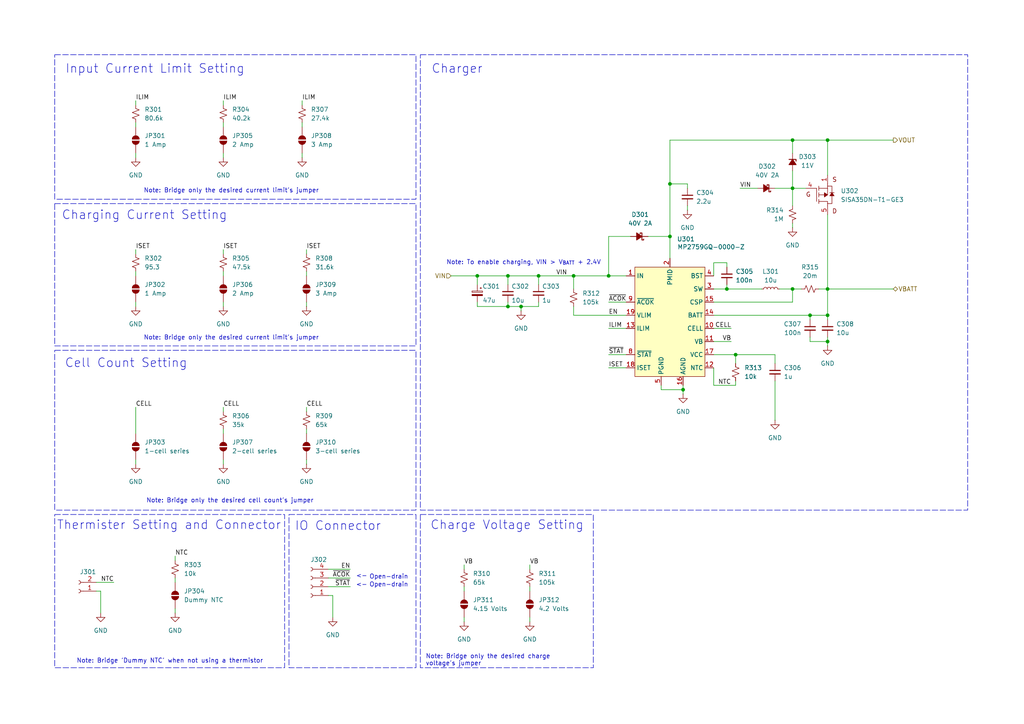
<source format=kicad_sch>
(kicad_sch (version 20231120) (generator "eeschema") (generator_version "8.0")
  (paper "A4")
  (title_block (date "2024-10-27") (rev "0.1.0") (company "University of Wisconsin-Platteville") (comment 1 "Nicholas Loehrke"))
  (lib_symbols
    (symbol "Connector:Conn_01x02_Socket" (pin_names (offset 1.016) hide)
      (property "Reference" "J" (at 0 2.54 0))
      (property "Value" "Conn_01x02_Socket" (at 0 -5.08 0))
      (symbol "Conn_01x02_Socket_1_1"
        (arc (start 0 -2.032) (mid -0.5058 -2.54) (end 0 -3.048) (stroke (width 0.1524)))
        (polyline (pts (xy -1.27 -2.54) (xy -0.508 -2.54)) (stroke (width 0.1524)))
        (polyline (pts (xy -1.27 0) (xy -0.508 0)) (stroke (width 0.1524)))
        (arc (start 0 0.508) (mid -0.5058 0) (end 0 -0.508) (stroke (width 0.1524)))
        (pin passive line (at -5.08 0 0) (length 3.81) (name "Pin_1") (number "1"))
        (pin passive line (at -5.08 -2.54 0) (length 3.81) (name "Pin_2") (number "2"))
      )
    )
    (symbol "Connector:Conn_01x04_Socket" (pin_names (offset 1.016) hide)
      (property "Reference" "J" (at 0 5.08 0))
      (property "Value" "Conn_01x04_Socket" (at 0 -7.62 0))
      (symbol "Conn_01x04_Socket_1_1"
        (arc (start 0 -4.572) (mid -0.5058 -5.08) (end 0 -5.588) (stroke (width 0.1524)))
        (arc (start 0 -2.032) (mid -0.5058 -2.54) (end 0 -3.048) (stroke (width 0.1524)))
        (polyline (pts (xy -1.27 -5.08) (xy -0.508 -5.08)) (stroke (width 0.1524)))
        (polyline (pts (xy -1.27 -2.54) (xy -0.508 -2.54)) (stroke (width 0.1524)))
        (polyline (pts (xy -1.27 0) (xy -0.508 0)) (stroke (width 0.1524)))
        (polyline (pts (xy -1.27 2.54) (xy -0.508 2.54)) (stroke (width 0.1524)))
        (arc (start 0 0.508) (mid -0.5058 0) (end 0 -0.508) (stroke (width 0.1524)))
        (arc (start 0 3.048) (mid -0.5058 2.54) (end 0 2.032) (stroke (width 0.1524)))
        (pin passive line (at -5.08 2.54 0) (length 3.81) (name "Pin_1") (number "1"))
        (pin passive line (at -5.08 0 0) (length 3.81) (name "Pin_2") (number "2"))
        (pin passive line (at -5.08 -2.54 0) (length 3.81) (name "Pin_3") (number "3"))
        (pin passive line (at -5.08 -5.08 0) (length 3.81) (name "Pin_4") (number "4"))
      )
    )
    (symbol "Device:C_Polarized_Small" (pin_numbers hide) (pin_names (offset 0.254) hide)
      (property "Reference" "C" (at 0.254 1.778 0))
      (property "Value" "C_Polarized_Small" (at 0.254 -2.032 0))
      (symbol "C_Polarized_Small_0_1"
        (rectangle (start -1.524 -0.3048) (end 1.524 -0.6858) (fill (type outline)))
        (rectangle (start -1.524 0.6858) (end 1.524 0.3048))
        (polyline (pts (xy -1.27 1.524) (xy -0.762 1.524)))
        (polyline (pts (xy -1.016 1.27) (xy -1.016 1.778)))
      )
      (symbol "C_Polarized_Small_1_1"
        (pin passive line (at 0 2.54 270) (length 1.8542) (name "~") (number "1"))
        (pin passive line (at 0 -2.54 90) (length 1.8542) (name "~") (number "2"))
      )
    )
    (symbol "Device:C_Small" (pin_numbers hide) (pin_names (offset 0.254) hide)
      (property "Reference" "C" (at 0.254 1.778 0))
      (property "Value" "C_Small" (at 0.254 -2.032 0))
      (symbol "C_Small_0_1"
        (polyline (pts (xy -1.524 -0.508) (xy 1.524 -0.508)) (stroke (width 0.3302)))
        (polyline (pts (xy -1.524 0.508) (xy 1.524 0.508)) (stroke (width 0.3048)))
      )
      (symbol "C_Small_1_1"
        (pin passive line (at 0 2.54 270) (length 2.032) (name "~") (number "1"))
        (pin passive line (at 0 -2.54 90) (length 2.032) (name "~") (number "2"))
      )
    )
    (symbol "Device:D_Schottky_Small_Filled" (pin_numbers hide) (pin_names (offset 0.254) hide)
      (property "Reference" "D" (at -1.27 2.032 0))
      (property "Value" "D_Schottky_Small_Filled" (at -7.112 -2.032 0))
      (symbol "D_Schottky_Small_Filled_0_1"
        (polyline (pts (xy -0.762 0) (xy 0.762 0)))
        (polyline (pts (xy 0.762 -1.016) (xy -0.762 0) (xy 0.762 1.016) (xy 0.762 -1.016)) (stroke (width 0.254)) (fill (type outline)))
        (polyline (pts (xy -1.27 0.762) (xy -1.27 1.016) (xy -0.762 1.016) (xy -0.762 -1.016) (xy -0.254 -1.016) (xy -0.254 -0.762)) (stroke (width 0.254)))
      )
      (symbol "D_Schottky_Small_Filled_1_1"
        (pin passive line (at -2.54 0 0) (length 1.778) (name "K") (number "1"))
        (pin passive line (at 2.54 0 180) (length 1.778) (name "A") (number "2"))
      )
    )
    (symbol "Device:D_Zener_Small_Filled" (pin_numbers hide) (pin_names (offset 0.254) hide)
      (property "Reference" "D" (at 0 2.286 0))
      (property "Value" "D_Zener_Small_Filled" (at 0 -2.286 0))
      (symbol "D_Zener_Small_Filled_0_1"
        (polyline (pts (xy 0.762 0) (xy -0.762 0)))
        (polyline (pts (xy -0.254 1.016) (xy -0.762 1.016) (xy -0.762 -1.016)) (stroke (width 0.254)))
        (polyline (pts (xy 0.762 1.016) (xy -0.762 0) (xy 0.762 -1.016) (xy 0.762 1.016)) (stroke (width 0.254)) (fill (type outline)))
      )
      (symbol "D_Zener_Small_Filled_1_1"
        (pin passive line (at -2.54 0 0) (length 1.778) (name "K") (number "1"))
        (pin passive line (at 2.54 0 180) (length 1.778) (name "A") (number "2"))
      )
    )
    (symbol "Device:L_Small" (pin_numbers hide) (pin_names (offset 0.254) hide)
      (property "Reference" "L" (at 0.762 1.016 0))
      (property "Value" "L_Small" (at 0.762 -1.016 0))
      (symbol "L_Small_0_1"
        (arc (start 0 -2.032) (mid 0.5058 -1.524) (end 0 -1.016))
        (arc (start 0 -1.016) (mid 0.5058 -0.508) (end 0 0))
        (arc (start 0 0) (mid 0.5058 0.508) (end 0 1.016))
        (arc (start 0 1.016) (mid 0.5058 1.524) (end 0 2.032))
      )
      (symbol "L_Small_1_1"
        (pin passive line (at 0 2.54 270) (length 0.508) (name "~") (number "1"))
        (pin passive line (at 0 -2.54 90) (length 0.508) (name "~") (number "2"))
      )
    )
    (symbol "Device:R_Small_US" (pin_numbers hide) (pin_names (offset 0.254) hide)
      (property "Reference" "R" (at 0.762 0.508 0))
      (property "Value" "R_Small_US" (at 0.762 -1.016 0))
      (symbol "R_Small_US_1_1"
        (polyline (pts (xy 0 0) (xy 1.016 -0.381) (xy 0 -0.762) (xy -1.016 -1.143) (xy 0 -1.524)))
        (polyline (pts (xy 0 1.524) (xy 1.016 1.143) (xy 0 0.762) (xy -1.016 0.381) (xy 0 0)))
        (pin passive line (at 0 2.54 270) (length 1.016) (name "~") (number "1"))
        (pin passive line (at 0 -2.54 90) (length 1.016) (name "~") (number "2"))
      )
    )
    (symbol "Jumper:SolderJumper_2_Open" (pin_numbers hide) (pin_names (offset 0) hide) (exclude_from_sim yes) (in_bom no)
      (property "Reference" "JP" (at 0 2.032 0))
      (property "Value" "SolderJumper_2_Open" (at 0 -2.54 0))
      (symbol "SolderJumper_2_Open_0_1"
        (arc (start -0.254 1.016) (mid -1.2656 0) (end -0.254 -1.016))
        (arc (start -0.254 1.016) (mid -1.2656 0) (end -0.254 -1.016) (fill (type outline)))
        (polyline (pts (xy -0.254 1.016) (xy -0.254 -1.016)))
        (polyline (pts (xy 0.254 1.016) (xy 0.254 -1.016)))
        (arc (start 0.254 -1.016) (mid 1.2656 0) (end 0.254 1.016))
        (arc (start 0.254 -1.016) (mid 1.2656 0) (end 0.254 1.016) (fill (type outline)))
      )
      (symbol "SolderJumper_2_Open_1_1"
        (pin passive line (at -3.81 0 0) (length 2.54) (name "A") (number "1"))
        (pin passive line (at 3.81 0 180) (length 2.54) (name "B") (number "2"))
      )
    )
    (symbol "MP2759GQ-0000-Z:MP2759GQ-0000-Z"
      (property "Reference" "U" (at 12.954 16.256 0))
      (property "MPN" "MP2759GQ-0000-Z" (at 13.208 13.716 0))
      (symbol "MP2759GQ-0000-Z_1_1"
        (rectangle (start 2.54 2.54) (end 22.86 -29.21) (fill (type background)))
        (pin passive line (at 0 0 0) (length 2.54) (name "IN") (number "1"))
        (pin passive line (at 25.4 -15.24 180) (length 2.54) (name "CELL") (number "10"))
        (pin passive line (at 25.4 -19.05 180) (length 2.54) (name "VB") (number "11"))
        (pin passive line (at 25.4 -26.67 180) (length 2.54) (name "NTC") (number "12"))
        (pin passive line (at 0 -15.24 0) (length 2.54) (name "ILIM") (number "13"))
        (pin passive line (at 25.4 -11.43 180) (length 2.54) (name "BATT") (number "14"))
        (pin passive line (at 25.4 -7.62 180) (length 2.54) (name "CSP") (number "15"))
        (pin passive line (at 16.51 -31.75 90) (length 2.54) (name "AGND") (number "16"))
        (pin passive line (at 25.4 -22.86 180) (length 2.54) (name "VCC") (number "17"))
        (pin passive line (at 0 -26.67 0) (length 2.54) (name "ISET") (number "18"))
        (pin passive line (at 0 -11.43 0) (length 2.54) (name "VLIM") (number "19"))
        (pin passive line (at 12.7 5.08 270) (length 2.54) (name "PMID") (number "2"))
        (pin passive line (at 25.4 -3.81 180) (length 2.54) (name "SW") (number "3"))
        (pin passive line (at 25.4 0 180) (length 2.54) (name "BST") (number "4"))
        (pin passive line (at 10.16 -31.75 90) (length 2.54) (name "PGND") (number "5"))
        (pin passive line (at 10.16 -31.75 90) (length 2.54) hide (name "PGND") (number "6"))
        (pin passive line (at 10.16 -31.75 90) (length 2.54) hide (name "PGND") (number "7"))
        (pin passive line (at 0 -22.86 0) (length 2.54) (name "~{STAT}") (number "8"))
        (pin passive line (at 0 -7.62 0) (length 2.54) (name "~{ACOK}") (number "9"))
      )
    )
    (symbol "SISA35DN-T1-GE3:SISA35DN-T1-GE3"
      (property "Reference" "U" (at 5.842 -3.302 0))
      (property "MPN" "SISA35DN-T1-GE3" (at 14.224 -5.334 0))
      (symbol "SISA35DN-T1-GE3_0_1"
        (polyline (pts (xy 0 -6.985) (xy 0 -8.255)))
        (polyline (pts (xy 0 -5.715) (xy 1.905 -5.715)))
        (polyline (pts (xy 0 -5.08) (xy 0 -6.35)))
        (polyline (pts (xy 0 -3.175) (xy 0 -4.445)))
        (polyline (pts (xy 2.54 -8.89) (xy 2.54 -8.255)))
        (polyline (pts (xy 2.54 -3.175) (xy 2.54 -2.54)))
        (polyline (pts (xy 3.175 -5.08) (xy 4.445 -5.08)))
        (polyline (pts (xy -0.635 -7.62) (xy -0.635 -3.81) (xy -1.27 -3.81)))
        (polyline (pts (xy 0 -3.81) (xy 2.54 -3.81) (xy 2.54 -5.715)))
        (polyline (pts (xy 2.54 -8.255) (xy 2.54 -7.62) (xy 0 -7.62)))
        (polyline (pts (xy 2.54 -8.255) (xy 3.81 -8.255) (xy 3.81 -5.715)))
        (polyline (pts (xy 2.54 -5.715) (xy 1.6169 -6.3499) (xy 1.6169 -5.0799) (xy 2.54 -5.7024)) (fill (type outline)))
        (polyline (pts (xy 3.81 -5.08) (xy 3.81 -3.175) (xy 2.54 -3.175) (xy 2.54 -3.81)))
        (polyline (pts (xy 3.81 -5.08) (xy 4.4449 -6.0031) (xy 3.1749 -6.0031) (xy 3.7974 -5.08)) (fill (type outline)))
      )
      (symbol "SISA35DN-T1-GE3_1_1"
        (text "D" (at 4.572 -10.414 0) (effects (font (size 1.27 1.27))))
        (text "G" (at -3.048 -5.588 0) (effects (font (size 1.27 1.27))))
        (text "S" (at 4.572 -1.27 0) (effects (font (size 1.27 1.27))))
        (pin passive line (at 2.54 0 270) (length 2.54) (name "") (number "1"))
        (pin passive line (at 2.54 0 270) (length 2.54) hide (name "") (number "2"))
        (pin passive line (at 2.54 0 270) (length 2.54) hide (name "") (number "3"))
        (pin passive line (at -3.81 -3.81 0) (length 2.54) (name "") (number "4"))
        (pin passive line (at 2.54 -11.43 90) (length 2.54) (name "") (number "5"))
        (pin passive line (at 2.54 -11.43 90) (length 2.54) hide (name "") (number "6"))
        (pin passive line (at 2.54 -11.43 90) (length 2.54) hide (name "") (number "7"))
        (pin passive line (at 2.54 -11.43 90) (length 2.54) hide (name "") (number "8"))
      )
    )
    (symbol "power:GND" (power) (pin_numbers hide) (pin_names (offset 0) hide)
      (property "Value" "GND" (at 0 -3.81 0))
      (symbol "GND_0_1"
        (polyline (pts (xy 0 0) (xy 0 -1.27) (xy 1.27 -1.27) (xy 0 -2.54) (xy -1.27 -1.27) (xy 0 -1.27)))
      )
      (symbol "GND_1_1"
        (pin power_in line (at 0 0 270) (length 0) (name "~") (number "1"))
      )
    )
  )
  (junction (at 147.32 88.9))
  (junction (at 176.53 80.01))
  (junction (at 194.31 68.58))
  (junction (at 213.36 102.87))
  (junction (at 229.87 54.61))
  (junction (at 194.31 53.34))
  (junction (at 229.87 83.82))
  (junction (at 147.32 80.01))
  (junction (at 240.03 99.06))
  (junction (at 240.03 83.82))
  (junction (at 234.95 91.44))
  (junction (at 240.03 91.44))
  (junction (at 151.13 88.9))
  (junction (at 138.43 80.01))
  (junction (at 240.03 40.64))
  (junction (at 156.21 80.01))
  (junction (at 198.12 113.03))
  (junction (at 210.82 83.82))
  (junction (at 166.37 80.01))
  (junction (at 229.87 40.64))
  (wire (pts (xy 234.95 97.79) (xy 234.95 99.06)))
  (wire (pts (xy 214.63 54.61) (xy 219.71 54.61)))
  (wire (pts (xy 210.82 82.55) (xy 210.82 83.82)))
  (wire (pts (xy 176.53 95.25) (xy 181.61 95.25)))
  (wire (pts (xy 156.21 80.01) (xy 156.21 82.55)))
  (wire (pts (xy 229.87 83.82) (xy 232.41 83.82)))
  (wire (pts (xy 87.63 44.45) (xy 87.63 45.72)))
  (wire (pts (xy 213.36 102.87) (xy 213.36 105.41)))
  (wire (pts (xy 64.77 72.39) (xy 64.77 73.66)))
  (wire (pts (xy 176.53 80.01) (xy 181.61 80.01)))
  (wire (pts (xy 151.13 88.9) (xy 151.13 90.17)))
  (wire (pts (xy 138.43 80.01) (xy 147.32 80.01)))
  (wire (pts (xy 176.53 68.58) (xy 182.88 68.58)))
  (wire (pts (xy 207.01 91.44) (xy 234.95 91.44)))
  (wire (pts (xy 240.03 40.64) (xy 240.03 50.8)))
  (wire (pts (xy 234.95 99.06) (xy 240.03 99.06)))
  (wire (pts (xy 213.36 102.87) (xy 224.79 102.87)))
  (wire (pts (xy 224.79 105.41) (xy 224.79 102.87)))
  (wire (pts (xy 88.9 119.38) (xy 88.9 118.11)))
  (wire (pts (xy 176.53 106.68) (xy 181.61 106.68)))
  (wire (pts (xy 39.37 44.45) (xy 39.37 45.72)))
  (wire (pts (xy 64.77 87.63) (xy 64.77 88.9)))
  (wire (pts (xy 191.77 111.76) (xy 191.77 113.03)))
  (wire (pts (xy 240.03 97.79) (xy 240.03 99.06)))
  (wire (pts (xy 194.31 53.34) (xy 199.39 53.34)))
  (wire (pts (xy 166.37 80.01) (xy 176.53 80.01)))
  (wire (pts (xy 64.77 78.74) (xy 64.77 80.01)))
  (wire (pts (xy 229.87 49.53) (xy 229.87 54.61)))
  (wire (pts (xy 101.6 170.18) (xy 95.25 170.18)))
  (wire (pts (xy 88.9 133.35) (xy 88.9 134.62)))
  (wire (pts (xy 153.67 170.18) (xy 153.67 171.45)))
  (wire (pts (xy 153.67 179.07) (xy 153.67 180.34)))
  (wire (pts (xy 240.03 91.44) (xy 240.03 83.82)))
  (wire (pts (xy 229.87 54.61) (xy 233.68 54.61)))
  (wire (pts (xy 87.63 29.21) (xy 87.63 30.48)))
  (wire (pts (xy 138.43 88.9) (xy 147.32 88.9)))
  (wire (pts (xy 207.01 106.68) (xy 207.01 111.76)))
  (wire (pts (xy 156.21 80.01) (xy 166.37 80.01)))
  (wire (pts (xy 64.77 44.45) (xy 64.77 45.72)))
  (wire (pts (xy 240.03 91.44) (xy 240.03 92.71)))
  (wire (pts (xy 229.87 64.77) (xy 229.87 66.04)))
  (wire (pts (xy 234.95 91.44) (xy 234.95 92.71)))
  (wire (pts (xy 87.63 35.56) (xy 87.63 36.83)))
  (wire (pts (xy 39.37 133.35) (xy 39.37 134.62)))
  (wire (pts (xy 176.53 87.63) (xy 181.61 87.63)))
  (wire (pts (xy 199.39 53.34) (xy 199.39 54.61)))
  (wire (pts (xy 198.12 113.03) (xy 198.12 114.3)))
  (wire (pts (xy 226.06 83.82) (xy 229.87 83.82)))
  (wire (pts (xy 240.03 100.33) (xy 240.03 99.06)))
  (wire (pts (xy 88.9 78.74) (xy 88.9 80.01)))
  (wire (pts (xy 130.81 80.01) (xy 138.43 80.01)))
  (wire (pts (xy 88.9 124.46) (xy 88.9 125.73)))
  (wire (pts (xy 194.31 40.64) (xy 229.87 40.64)))
  (wire (pts (xy 27.94 171.45) (xy 29.21 171.45)))
  (wire (pts (xy 64.77 118.11) (xy 64.77 119.38)))
  (wire (pts (xy 229.87 40.64) (xy 240.03 40.64)))
  (wire (pts (xy 166.37 80.01) (xy 166.37 83.82)))
  (wire (pts (xy 176.53 102.87) (xy 181.61 102.87)))
  (wire (pts (xy 88.9 87.63) (xy 88.9 88.9)))
  (wire (pts (xy 64.77 124.46) (xy 64.77 125.73)))
  (wire (pts (xy 207.01 111.76) (xy 213.36 111.76)))
  (wire (pts (xy 240.03 62.23) (xy 240.03 83.82)))
  (wire (pts (xy 234.95 91.44) (xy 240.03 91.44)))
  (wire (pts (xy 39.37 29.21) (xy 39.37 30.48)))
  (wire (pts (xy 134.62 170.18) (xy 134.62 171.45)))
  (wire (pts (xy 166.37 88.9) (xy 166.37 91.44)))
  (wire (pts (xy 229.87 40.64) (xy 229.87 44.45)))
  (wire (pts (xy 50.8 176.53) (xy 50.8 177.8)))
  (wire (pts (xy 224.79 54.61) (xy 229.87 54.61)))
  (wire (pts (xy 194.31 53.34) (xy 194.31 68.58)))
  (wire (pts (xy 101.6 167.64) (xy 95.25 167.64)))
  (wire (pts (xy 39.37 125.73) (xy 39.37 118.11)))
  (wire (pts (xy 194.31 40.64) (xy 194.31 53.34)))
  (wire (pts (xy 101.6 165.1) (xy 95.25 165.1)))
  (wire (pts (xy 213.36 111.76) (xy 213.36 110.49)))
  (wire (pts (xy 39.37 35.56) (xy 39.37 36.83)))
  (wire (pts (xy 96.52 172.72) (xy 96.52 179.07)))
  (wire (pts (xy 210.82 83.82) (xy 220.98 83.82)))
  (wire (pts (xy 95.25 172.72) (xy 96.52 172.72)))
  (wire (pts (xy 176.53 80.01) (xy 176.53 68.58)))
  (wire (pts (xy 207.01 80.01) (xy 207.01 76.2)))
  (wire (pts (xy 50.8 167.64) (xy 50.8 168.91)))
  (wire (pts (xy 147.32 80.01) (xy 147.32 82.55)))
  (wire (pts (xy 229.87 54.61) (xy 229.87 59.69)))
  (wire (pts (xy 138.43 87.63) (xy 138.43 88.9)))
  (wire (pts (xy 210.82 76.2) (xy 210.82 77.47)))
  (wire (pts (xy 229.87 87.63) (xy 229.87 83.82)))
  (wire (pts (xy 198.12 113.03) (xy 198.12 111.76)))
  (wire (pts (xy 207.01 83.82) (xy 210.82 83.82)))
  (wire (pts (xy 212.09 95.25) (xy 207.01 95.25)))
  (wire (pts (xy 224.79 110.49) (xy 224.79 121.92)))
  (wire (pts (xy 240.03 83.82) (xy 237.49 83.82)))
  (wire (pts (xy 212.09 99.06) (xy 207.01 99.06)))
  (wire (pts (xy 29.21 171.45) (xy 29.21 177.8)))
  (wire (pts (xy 187.96 68.58) (xy 194.31 68.58)))
  (wire (pts (xy 207.01 102.87) (xy 213.36 102.87)))
  (wire (pts (xy 147.32 88.9) (xy 151.13 88.9)))
  (wire (pts (xy 207.01 76.2) (xy 210.82 76.2)))
  (wire (pts (xy 138.43 80.01) (xy 138.43 82.55)))
  (wire (pts (xy 147.32 87.63) (xy 147.32 88.9)))
  (wire (pts (xy 240.03 83.82) (xy 259.08 83.82)))
  (wire (pts (xy 39.37 87.63) (xy 39.37 88.9)))
  (wire (pts (xy 147.32 80.01) (xy 156.21 80.01)))
  (wire (pts (xy 50.8 161.29) (xy 50.8 162.56)))
  (wire (pts (xy 199.39 59.69) (xy 199.39 60.96)))
  (wire (pts (xy 39.37 72.39) (xy 39.37 73.66)))
  (wire (pts (xy 156.21 88.9) (xy 151.13 88.9)))
  (wire (pts (xy 194.31 74.93) (xy 194.31 68.58)))
  (wire (pts (xy 33.02 168.91) (xy 27.94 168.91)))
  (wire (pts (xy 134.62 179.07) (xy 134.62 180.34)))
  (wire (pts (xy 64.77 35.56) (xy 64.77 36.83)))
  (wire (pts (xy 134.62 165.1) (xy 134.62 163.83)))
  (wire (pts (xy 153.67 165.1) (xy 153.67 163.83)))
  (wire (pts (xy 240.03 40.64) (xy 259.08 40.64)))
  (wire (pts (xy 166.37 91.44) (xy 181.61 91.44)))
  (wire (pts (xy 156.21 87.63) (xy 156.21 88.9)))
  (wire (pts (xy 207.01 87.63) (xy 229.87 87.63)))
  (wire (pts (xy 64.77 29.21) (xy 64.77 30.48)))
  (wire (pts (xy 39.37 78.74) (xy 39.37 80.01)))
  (wire (pts (xy 64.77 133.35) (xy 64.77 134.62)))
  (wire (pts (xy 191.77 113.03) (xy 198.12 113.03)))
  (wire (pts (xy 88.9 72.39) (xy 88.9 73.66)))
  (rectangle (start 15.875 15.875) (end 120.65 57.785) (stroke (width 0) (type dash)))
  (rectangle (start 83.82 149.225) (end 120.65 193.675) (stroke (width 0) (type dash)))
  (rectangle (start 121.92 149.225) (end 172.085 193.675) (stroke (width 0) (type dash)))
  (rectangle (start 15.875 59.055) (end 120.65 100.33) (stroke (width 0) (type dash)))
  (rectangle (start 15.875 149.225) (end 82.55 193.675) (stroke (width 0) (type dash)))
  (rectangle (start 121.92 15.875) (end 280.67 147.955) (stroke (width 0) (type dash)))
  (rectangle (start 15.875 101.6) (end 120.65 147.955) (stroke (width 0) (type dash)))
  (text "Note: Bridge only the desired cell count's jumper" (at 42.418 145.288 0) (effects (font (size 1.27 1.27)) (justify left)))
  (text "Charging Current Setting" (at 41.91 62.484 0) (effects (font (size 2.54 2.54))))
  (text "Note: Bridge 'Dummy NTC' when not using a thermistor" (at 49.276 191.77 0) (effects (font (size 1.27 1.27))))
  (text "Thermister Setting and Connector" (at 49.022 152.4 0) (effects (font (size 2.54 2.54))))
  (text "<-" (at 104.902 167.132 0) (effects (font (size 1.27 1.27))))
  (text "Cell Count Setting" (at 36.576 105.41 0) (effects (font (size 2.54 2.54))))
  (text "Charger" (at 132.588 20.066 0) (effects (font (size 2.54 2.54))))
  (text "Note: Bridge only the desired charge \nvoltage's jumper" (at 123.444 191.516 0) (effects (font (size 1.27 1.27)) (justify left)))
  (text "IO Connector" (at 98.044 152.654 0) (effects (font (size 2.54 2.54))))
  (text "Input Current Limit Setting" (at 44.958 20.066 0) (effects (font (size 2.54 2.54))))
  (text "Note: Bridge only the desired current limit's jumper" (at 41.656 55.372 0) (effects (font (size 1.27 1.27)) (justify left)))
  (text "Open-drain" (at 112.776 169.672 0) (effects (font (size 1.27 1.27))))
  (text "Note: Bridge only the desired current limit's jumper" (at 41.656 98.044 0) (effects (font (size 1.27 1.27)) (justify left)))
  (text "<-" (at 104.902 169.672 0) (effects (font (size 1.27 1.27))))
  (text "Open-drain" (at 112.776 167.386 0) (effects (font (size 1.27 1.27))))
  (text "Note: To enable charging, VIN > V_{BATT} + 2.4V" (at 151.892 76.2 0) (effects (font (size 1.27 1.27))))
  (text "Charge Voltage Setting" (at 147.066 152.4 0) (effects (font (size 2.54 2.54))))
  (label "EN" (at 101.6 165.1 180))
  (label "~{STAT}" (at 176.53 102.87 0))
  (label "VB" (at 153.67 163.83 0))
  (label "ISET" (at 88.9 72.39 0))
  (label "ISET" (at 64.77 72.39 0))
  (label "NTC" (at 208.28 111.76 0))
  (label "~{ACOK}" (at 101.6 167.64 180))
  (label "ILIM" (at 87.63 29.21 0))
  (label "VIN" (at 161.29 80.01 0))
  (label "CELL" (at 64.77 118.11 0))
  (label "ILIM" (at 64.77 29.21 0))
  (label "CELL" (at 39.37 118.11 0))
  (label "EN" (at 176.53 91.44 0))
  (label "CELL" (at 88.9 118.11 0))
  (label "~{ACOK}" (at 176.53 87.63 0))
  (label "NTC" (at 33.02 168.91 180))
  (label "VB" (at 134.62 163.83 0))
  (label "CELL" (at 212.09 95.25 180))
  (label "VB" (at 212.09 99.06 180))
  (label "VIN" (at 214.63 54.61 0))
  (label "ILIM" (at 39.37 29.21 0))
  (label "NTC" (at 50.8 161.29 0))
  (label "~{STAT}" (at 101.6 170.18 180))
  (label "ISET" (at 39.37 72.39 0))
  (label "ISET" (at 176.53 106.68 0))
  (label "ILIM" (at 176.53 95.25 0))
  (hierarchical_label "VBATT" (shape bidirectional) (at 259.08 83.82 0))
  (hierarchical_label "VIN" (shape input) (at 130.81 80.01 180))
  (hierarchical_label "VOUT" (shape output) (at 259.08 40.64 0))
  (symbol (lib_id "power:GND") (at 29.21 177.8 0) (mirror y) (unit 1)
    (property "Reference" "#PWR0301" (effects (hide yes)))
    (property "Value" "GND" (at 29.21 182.88 0))
    (property "Description" "Power symbol creates a global label with name \"GND\" , ground" (effects (hide yes)))
  )
  (symbol (lib_id "power:GND") (at 88.9 88.9 0) (unit 1)
    (property "Reference" "#PWR0310" (effects (hide yes)))
    (property "Value" "GND" (at 88.9 93.98 0))
    (property "Description" "Power symbol creates a global label with name \"GND\" , ground" (effects (hide yes)))
  )
  (symbol (lib_id "power:GND") (at 229.87 66.04 0) (unit 1)
    (property "Reference" "#PWR0319" (effects (hide yes)))
    (property "Value" "GND" (at 229.87 71.12 0))
    (property "Description" "Power symbol creates a global label with name \"GND\" , ground" (effects (hide yes)))
  )
  (symbol (lib_id "power:GND") (at 64.77 88.9 0) (unit 1)
    (property "Reference" "#PWR0307" (effects (hide yes)))
    (property "Value" "GND" (at 64.77 93.98 0))
    (property "Description" "Power symbol creates a global label with name \"GND\" , ground" (effects (hide yes)))
  )
  (symbol (lib_id "Jumper:SolderJumper_2_Open") (at 88.9 83.82 90) (unit 1) (exclude_from_sim yes) (in_bom no)
    (property "Reference" "JP309" (at 91.44 82.5499 90) (effects (justify right)))
    (property "Value" "3 Amp" (at 91.44 85.0899 90) (effects (justify right)))
    (property "Description" "Solder Jumper, 2-pole, open" (effects (hide yes)))
  )
  (symbol (lib_id "Device:L_Small") (at 223.52 83.82 90) (unit 1)
    (property "Reference" "L301" (at 223.52 78.74 90))
    (property "Value" "10u" (at 223.52 81.28 90))
    (property "Description" "Inductor, small symbol" (effects (hide yes)))
  )
  (symbol (lib_id "power:GND") (at 50.8 177.8 0) (unit 1)
    (property "Reference" "#PWR0305" (effects (hide yes)))
    (property "Value" "GND" (at 50.8 182.88 0))
    (property "Description" "Power symbol creates a global label with name \"GND\" , ground" (effects (hide yes)))
  )
  (symbol (lib_id "power:GND") (at 39.37 88.9 0) (unit 1)
    (property "Reference" "#PWR0303" (effects (hide yes)))
    (property "Value" "GND" (at 39.37 93.98 0))
    (property "Description" "Power symbol creates a global label with name \"GND\" , ground" (effects (hide yes)))
  )
  (symbol (lib_id "Jumper:SolderJumper_2_Open") (at 153.67 175.26 90) (unit 1) (exclude_from_sim yes) (in_bom no)
    (property "Reference" "JP312" (at 156.21 173.9899 90) (effects (justify right)))
    (property "Value" "4.2 Volts" (at 156.21 176.5299 90) (effects (justify right)))
    (property "Description" "Solder Jumper, 2-pole, open" (effects (hide yes)))
  )
  (symbol (lib_id "Connector:Conn_01x02_Socket") (at 22.86 171.45 180) (unit 1)
    (property "Reference" "J301" (at 27.94 165.862 0) (effects (justify left)))
    (property "Value" "Conn_01x02_Socket" (effects (hide yes)))
    (property "Description" "Generic connector, single row, 01x02, script generated" (effects (hide yes)))
  )
  (symbol (lib_id "Device:R_Small_US") (at 39.37 33.02 0) (unit 1)
    (property "Reference" "R301" (at 41.91 31.7499 0) (effects (justify left)))
    (property "Value" "80.6k" (at 41.91 34.2899 0) (effects (justify left)))
    (property "Description" "Resistor, small US symbol" (effects (hide yes)))
  )
  (symbol (lib_id "Jumper:SolderJumper_2_Open") (at 87.63 40.64 90) (unit 1) (exclude_from_sim yes) (in_bom no)
    (property "Reference" "JP308" (at 90.17 39.3699 90) (effects (justify right)))
    (property "Value" "3 Amp" (at 90.17 41.9099 90) (effects (justify right)))
    (property "Description" "Solder Jumper, 2-pole, open" (effects (hide yes)))
  )
  (symbol (lib_id "Device:R_Small_US") (at 88.9 76.2 0) (unit 1)
    (property "Reference" "R308" (at 91.44 74.9299 0) (effects (justify left)))
    (property "Value" "31.6k" (at 91.44 77.4699 0) (effects (justify left)))
    (property "Description" "Resistor, small US symbol" (effects (hide yes)))
  )
  (symbol (lib_id "Device:D_Schottky_Small_Filled") (at 222.25 54.61 180) (unit 1)
    (property "Reference" "D302" (at 222.504 48.26 0))
    (property "Value" "40V 2A" (at 222.504 50.8 0))
    (property "Description" "Schottky diode, small symbol, filled shape" (effects (hide yes)))
  )
  (symbol (lib_id "Device:D_Zener_Small_Filled") (at 229.87 46.99 270) (unit 1)
    (property "Reference" "D303" (at 234.188 45.466 90))
    (property "Value" "11V" (at 234.188 48.006 90))
    (property "Description" "Zener diode, small symbol, filled shape" (effects (hide yes)))
  )
  (symbol (lib_id "Jumper:SolderJumper_2_Open") (at 64.77 83.82 90) (unit 1) (exclude_from_sim yes) (in_bom no)
    (property "Reference" "JP306" (at 67.31 82.5499 90) (effects (justify right)))
    (property "Value" "2 Amp" (at 67.31 85.0899 90) (effects (justify right)))
    (property "Description" "Solder Jumper, 2-pole, open" (effects (hide yes)))
  )
  (symbol (lib_id "Device:R_Small_US") (at 229.87 62.23 0) (mirror y) (unit 1)
    (property "Reference" "R314" (at 227.33 60.9599 0) (effects (justify left)))
    (property "Value" "1M" (at 227.33 63.4999 0) (effects (justify left)))
    (property "Description" "Resistor, small US symbol" (effects (hide yes)))
  )
  (symbol (lib_id "Device:R_Small_US") (at 87.63 33.02 0) (unit 1)
    (property "Reference" "R307" (at 90.17 31.7499 0) (effects (justify left)))
    (property "Value" "27.4k" (at 90.17 34.2899 0) (effects (justify left)))
    (property "Description" "Resistor, small US symbol" (effects (hide yes)))
  )
  (symbol (lib_id "Jumper:SolderJumper_2_Open") (at 134.62 175.26 90) (unit 1) (exclude_from_sim yes) (in_bom no)
    (property "Reference" "JP311" (at 137.16 173.9899 90) (effects (justify right)))
    (property "Value" "4.15 Volts" (at 137.16 176.5299 90) (effects (justify right)))
    (property "Description" "Solder Jumper, 2-pole, open" (effects (hide yes)))
  )
  (symbol (lib_id "Device:C_Polarized_Small") (at 138.43 85.09 0) (mirror y) (unit 1)
    (property "Reference" "C301" (at 145.034 83.058 0) (effects (justify left)))
    (property "Value" "47u" (at 143.764 87.122 0) (effects (justify left)))
    (property "Description" "Polarized capacitor, small symbol" (effects (hide yes)))
  )
  (symbol (lib_id "Device:R_Small_US") (at 88.9 121.92 0) (unit 1)
    (property "Reference" "R309" (at 91.44 120.6499 0) (effects (justify left)))
    (property "Value" "65k" (at 91.44 123.1899 0) (effects (justify left)))
    (property "Description" "Resistor, small US symbol" (effects (hide yes)))
  )
  (symbol (lib_id "Jumper:SolderJumper_2_Open") (at 39.37 40.64 90) (unit 1) (exclude_from_sim yes) (in_bom no)
    (property "Reference" "JP301" (at 41.91 39.3699 90) (effects (justify right)))
    (property "Value" "1 Amp" (at 41.91 41.9099 90) (effects (justify right)))
    (property "Description" "Solder Jumper, 2-pole, open" (effects (hide yes)))
  )
  (symbol (lib_id "Jumper:SolderJumper_2_Open") (at 88.9 129.54 90) (unit 1) (exclude_from_sim yes) (in_bom no)
    (property "Reference" "JP310" (at 91.44 128.2699 90) (effects (justify right)))
    (property "Value" "3-cell series" (at 91.44 130.8099 90) (effects (justify right)))
    (property "Description" "Solder Jumper, 2-pole, open" (effects (hide yes)))
  )
  (symbol (lib_id "Device:R_Small_US") (at 213.36 107.95 0) (unit 1)
    (property "Reference" "R313" (at 215.9 106.6799 0) (effects (justify left)))
    (property "Value" "10k" (at 215.9 109.2199 0) (effects (justify left)))
    (property "Description" "Resistor, small US symbol" (effects (hide yes)))
  )
  (symbol (lib_id "power:GND") (at 240.03 100.33 0) (unit 1)
    (property "Reference" "#PWR0320" (effects (hide yes)))
    (property "Value" "GND" (at 240.03 105.41 0))
    (property "Description" "Power symbol creates a global label with name \"GND\" , ground" (effects (hide yes)))
  )
  (symbol (lib_id "MP2759GQ-0000-Z:MP2759GQ-0000-Z") (at 181.61 80.01 0) (unit 1)
    (property "Reference" "U301" (at 196.342 69.342 0) (effects (justify left)))
    (property "Datasheet" "https://www.monolithicpower.com/en/documentview/productdocument/index/version/2/document_type/Datasheet/lang/en/sku/MP2759GQ/document_id/6770/" (effects (hide yes)))
    (property "Description" "36V Switching Charger with Power Path Management for 1-Cell to 6-Cell Batteries" (effects (hide yes)))
    (property "MPN" "MP2759GQ-0000-Z" (at 206.248 71.628 0))
  )
  (symbol (lib_id "Device:R_Small_US") (at 166.37 86.36 0) (unit 1)
    (property "Reference" "R312" (at 168.91 85.0899 0) (effects (justify left)))
    (property "Value" "105k" (at 168.91 87.6299 0) (effects (justify left)))
    (property "Description" "Resistor, small US symbol" (effects (hide yes)))
  )
  (symbol (lib_id "Device:C_Small") (at 234.95 95.25 0) (mirror y) (unit 1)
    (property "Reference" "C307" (at 232.41 93.9862 0) (effects (justify left)))
    (property "Value" "100n" (at 232.41 96.5262 0) (effects (justify left)))
    (property "Description" "Unpolarized capacitor, small symbol" (effects (hide yes)))
  )
  (symbol (lib_id "power:GND") (at 153.67 180.34 0) (unit 1)
    (property "Reference" "#PWR0315" (effects (hide yes)))
    (property "Value" "GND" (at 153.67 185.42 0))
    (property "Description" "Power symbol creates a global label with name \"GND\" , ground" (effects (hide yes)))
  )
  (symbol (lib_id "Device:C_Small") (at 240.03 95.25 0) (unit 1)
    (property "Reference" "C308" (at 242.57 93.9862 0) (effects (justify left)))
    (property "Value" "10u" (at 242.57 96.5262 0) (effects (justify left)))
    (property "Description" "Unpolarized capacitor, small symbol" (effects (hide yes)))
  )
  (symbol (lib_id "power:GND") (at 88.9 134.62 0) (unit 1)
    (property "Reference" "#PWR0311" (effects (hide yes)))
    (property "Value" "GND" (at 88.9 139.7 0))
    (property "Description" "Power symbol creates a global label with name \"GND\" , ground" (effects (hide yes)))
  )
  (symbol (lib_id "Device:R_Small_US") (at 64.77 121.92 0) (unit 1)
    (property "Reference" "R306" (at 67.31 120.6499 0) (effects (justify left)))
    (property "Value" "35k" (at 67.31 123.1899 0) (effects (justify left)))
    (property "Description" "Resistor, small US symbol" (effects (hide yes)))
  )
  (symbol (lib_id "Device:C_Small") (at 224.79 107.95 0) (unit 1)
    (property "Reference" "C306" (at 227.33 106.6862 0) (effects (justify left)))
    (property "Value" "1u" (at 227.33 109.2262 0) (effects (justify left)))
    (property "Description" "Unpolarized capacitor, small symbol" (effects (hide yes)))
  )
  (symbol (lib_id "power:GND") (at 224.79 121.92 0) (unit 1)
    (property "Reference" "#PWR0318" (effects (hide yes)))
    (property "Value" "GND" (at 224.79 127 0))
    (property "Description" "Power symbol creates a global label with name \"GND\" , ground" (effects (hide yes)))
  )
  (symbol (lib_id "Jumper:SolderJumper_2_Open") (at 50.8 172.72 90) (unit 1) (exclude_from_sim yes) (in_bom no)
    (property "Reference" "JP304" (at 53.34 171.4499 90) (effects (justify right)))
    (property "Value" "Dummy NTC" (at 53.34 173.9899 90) (effects (justify right)))
    (property "Description" "Solder Jumper, 2-pole, open" (effects (hide yes)))
  )
  (symbol (lib_id "Device:R_Small_US") (at 50.8 165.1 0) (unit 1)
    (property "Reference" "R303" (at 53.34 163.8299 0) (effects (justify left)))
    (property "Value" "10k" (at 53.34 166.3699 0) (effects (justify left)))
    (property "Description" "Resistor, small US symbol" (effects (hide yes)))
  )
  (symbol (lib_id "power:GND") (at 198.12 114.3 0) (unit 1)
    (property "Reference" "#PWR0316" (effects (hide yes)))
    (property "Value" "GND" (at 198.12 119.38 0))
    (property "Description" "Power symbol creates a global label with name \"GND\" , ground" (effects (hide yes)))
  )
  (symbol (lib_id "power:GND") (at 64.77 45.72 0) (unit 1)
    (property "Reference" "#PWR0306" (effects (hide yes)))
    (property "Value" "GND" (at 64.77 50.8 0))
    (property "Description" "Power symbol creates a global label with name \"GND\" , ground" (effects (hide yes)))
  )
  (symbol (lib_id "Device:R_Small_US") (at 39.37 76.2 0) (unit 1)
    (property "Reference" "R302" (at 41.91 74.9299 0) (effects (justify left)))
    (property "Value" "95.3" (at 41.91 77.4699 0) (effects (justify left)))
    (property "Description" "Resistor, small US symbol" (effects (hide yes)))
  )
  (symbol (lib_id "power:GND") (at 151.13 90.17 0) (unit 1)
    (property "Reference" "#PWR0314" (effects (hide yes)))
    (property "Value" "GND" (at 151.13 95.25 0))
    (property "Description" "Power symbol creates a global label with name \"GND\" , ground" (effects (hide yes)))
  )
  (symbol (lib_id "power:GND") (at 96.52 179.07 0) (mirror y) (unit 1)
    (property "Reference" "#PWR0312" (effects (hide yes)))
    (property "Value" "GND" (at 96.52 184.15 0))
    (property "Description" "Power symbol creates a global label with name \"GND\" , ground" (effects (hide yes)))
  )
  (symbol (lib_id "Jumper:SolderJumper_2_Open") (at 64.77 129.54 90) (unit 1) (exclude_from_sim yes) (in_bom no)
    (property "Reference" "JP307" (at 67.31 128.2699 90) (effects (justify right)))
    (property "Value" "2-cell series" (at 67.31 130.8099 90) (effects (justify right)))
    (property "Description" "Solder Jumper, 2-pole, open" (effects (hide yes)))
  )
  (symbol (lib_id "Jumper:SolderJumper_2_Open") (at 64.77 40.64 90) (unit 1) (exclude_from_sim yes) (in_bom no)
    (property "Reference" "JP305" (at 67.31 39.3699 90) (effects (justify right)))
    (property "Value" "2 Amp" (at 67.31 41.9099 90) (effects (justify right)))
    (property "Description" "Solder Jumper, 2-pole, open" (effects (hide yes)))
  )
  (symbol (lib_id "Connector:Conn_01x04_Socket") (at 90.17 170.18 180) (unit 1)
    (property "Reference" "J302" (at 92.456 162.306 0))
    (property "Value" "Conn_01x04_Socket" (effects (hide yes)))
    (property "Description" "Generic connector, single row, 01x04, script generated" (effects (hide yes)))
  )
  (symbol (lib_id "Device:C_Small") (at 147.32 85.09 0) (unit 1)
    (property "Reference" "C302" (at 148.336 83.058 0) (effects (justify left)))
    (property "Value" "10u" (at 148.336 87.122 0) (effects (justify left)))
    (property "Description" "Unpolarized capacitor, small symbol" (effects (hide yes)))
  )
  (symbol (lib_id "power:GND") (at 39.37 134.62 0) (unit 1)
    (property "Reference" "#PWR0304" (effects (hide yes)))
    (property "Value" "GND" (at 39.37 139.7 0))
    (property "Description" "Power symbol creates a global label with name \"GND\" , ground" (effects (hide yes)))
  )
  (symbol (lib_id "Device:R_Small_US") (at 134.62 167.64 0) (unit 1)
    (property "Reference" "R310" (at 137.16 166.3699 0) (effects (justify left)))
    (property "Value" "65k" (at 137.16 168.9099 0) (effects (justify left)))
    (property "Description" "Resistor, small US symbol" (effects (hide yes)))
  )
  (symbol (lib_id "Device:C_Small") (at 210.82 80.01 0) (unit 1)
    (property "Reference" "C305" (at 213.36 78.7462 0) (effects (justify left)))
    (property "Value" "100n" (at 213.36 81.2862 0) (effects (justify left)))
    (property "Description" "Unpolarized capacitor, small symbol" (effects (hide yes)))
  )
  (symbol (lib_id "Device:C_Small") (at 199.39 57.15 0) (unit 1)
    (property "Reference" "C304" (at 201.93 55.8862 0) (effects (justify left)))
    (property "Value" "2.2u" (at 201.93 58.4262 0) (effects (justify left)))
    (property "Description" "Unpolarized capacitor, small symbol" (effects (hide yes)))
  )
  (symbol (lib_id "Device:R_Small_US") (at 153.67 167.64 0) (unit 1)
    (property "Reference" "R311" (at 156.21 166.3699 0) (effects (justify left)))
    (property "Value" "105k" (at 156.21 168.9099 0) (effects (justify left)))
    (property "Description" "Resistor, small US symbol" (effects (hide yes)))
  )
  (symbol (lib_id "Device:R_Small_US") (at 64.77 76.2 0) (unit 1)
    (property "Reference" "R305" (at 67.31 74.9299 0) (effects (justify left)))
    (property "Value" "47.5k" (at 67.31 77.4699 0) (effects (justify left)))
    (property "Description" "Resistor, small US symbol" (effects (hide yes)))
  )
  (symbol (lib_id "Jumper:SolderJumper_2_Open") (at 39.37 83.82 90) (unit 1) (exclude_from_sim yes) (in_bom no)
    (property "Reference" "JP302" (at 41.91 82.5499 90) (effects (justify right)))
    (property "Value" "1 Amp" (at 41.91 85.0899 90) (effects (justify right)))
    (property "Description" "Solder Jumper, 2-pole, open" (effects (hide yes)))
  )
  (symbol (lib_id "power:GND") (at 134.62 180.34 0) (unit 1)
    (property "Reference" "#PWR0313" (effects (hide yes)))
    (property "Value" "GND" (at 134.62 185.42 0))
    (property "Description" "Power symbol creates a global label with name \"GND\" , ground" (effects (hide yes)))
  )
  (symbol (lib_id "power:GND") (at 87.63 45.72 0) (unit 1)
    (property "Reference" "#PWR0309" (effects (hide yes)))
    (property "Value" "GND" (at 87.63 50.8 0))
    (property "Description" "Power symbol creates a global label with name \"GND\" , ground" (effects (hide yes)))
  )
  (symbol (lib_id "Device:C_Small") (at 156.21 85.09 0) (unit 1)
    (property "Reference" "C303" (at 157.226 83.058 0) (effects (justify left)))
    (property "Value" "1u" (at 157.226 87.122 0) (effects (justify left)))
    (property "Description" "Unpolarized capacitor, small symbol" (effects (hide yes)))
  )
  (symbol (lib_id "Device:D_Schottky_Small_Filled") (at 185.42 68.58 180) (unit 1)
    (property "Reference" "D301" (at 185.674 62.23 0))
    (property "Value" "40V 2A" (at 185.674 64.77 0))
    (property "Description" "Schottky diode, small symbol, filled shape" (effects (hide yes)))
  )
  (symbol (lib_id "power:GND") (at 199.39 60.96 0) (unit 1)
    (property "Reference" "#PWR0317" (effects (hide yes)))
    (property "Value" "GND" (at 199.39 66.04 0))
    (property "Description" "Power symbol creates a global label with name \"GND\" , ground" (effects (hide yes)))
  )
  (symbol (lib_id "power:GND") (at 39.37 45.72 0) (unit 1)
    (property "Reference" "#PWR0302" (effects (hide yes)))
    (property "Value" "GND" (at 39.37 50.8 0))
    (property "Description" "Power symbol creates a global label with name \"GND\" , ground" (effects (hide yes)))
  )
  (symbol (lib_id "Device:R_Small_US") (at 234.95 83.82 90) (unit 1)
    (property "Reference" "R315" (at 234.95 77.47 90))
    (property "Value" "20m" (at 234.95 80.01 90))
    (property "Description" "Resistor, small US symbol" (effects (hide yes)))
  )
  (symbol (lib_id "power:GND") (at 64.77 134.62 0) (unit 1)
    (property "Reference" "#PWR0308" (effects (hide yes)))
    (property "Value" "GND" (at 64.77 139.7 0))
    (property "Description" "Power symbol creates a global label with name \"GND\" , ground" (effects (hide yes)))
  )
  (symbol (lib_id "Jumper:SolderJumper_2_Open") (at 39.37 129.54 90) (unit 1) (exclude_from_sim yes) (in_bom no)
    (property "Reference" "JP303" (at 41.91 128.2699 90) (effects (justify right)))
    (property "Value" "1-cell series" (at 41.91 130.8099 90) (effects (justify right)))
    (property "Description" "Solder Jumper, 2-pole, open" (effects (hide yes)))
  )
  (symbol (lib_id "Device:R_Small_US") (at 64.77 33.02 0) (unit 1)
    (property "Reference" "R304" (at 67.31 31.7499 0) (effects (justify left)))
    (property "Value" "40.2k" (at 67.31 34.2899 0) (effects (justify left)))
    (property "Description" "Resistor, small US symbol" (effects (hide yes)))
  )
  (symbol (lib_id "SISA35DN-T1-GE3:SISA35DN-T1-GE3") (at 237.49 50.8 0) (unit 1)
    (property "Reference" "U302" (at 243.84 55.3719 0) (effects (justify left)))
    (property "Datasheet" "https://www.vishay.com/docs/75831/sisa35dn.pdf" (effects (hide yes)))
    (property "MPN" "SISA35DN-T1-GE3" (at 243.84 57.9119 0) (effects (justify left)))
  )
)
</source>
